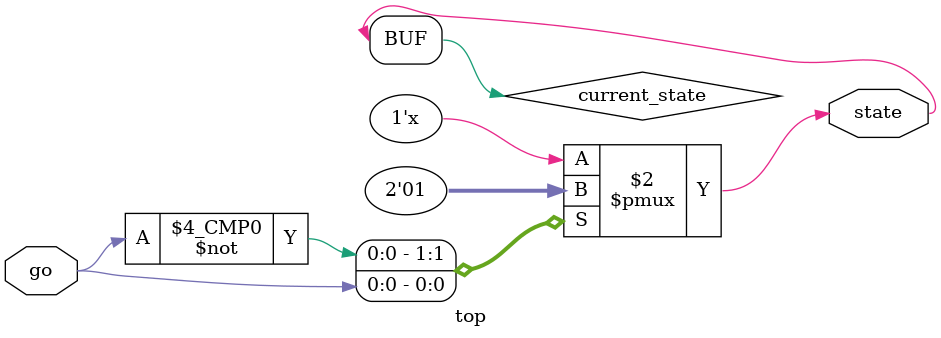
<source format=v>
/*
Design a simple 2-state Finite State Machine (FSM) in Verilog. 
The FSM has two states: IDLE and ACTIVE. The FSM starts in the IDLE state. 
When the input signal 'go' is high, the FSM transitions to the ACTIVE state. 
When 'go' is low, it transitions back to the IDLE state. 
An output signal 'state' should indicate the current state: 0 for IDLE and 1 for ACTIVE.
*/

module top(
  input go,
  output state
);
  // creating the reg for procedural assignments
  reg current_state;

  // creating state params
  localparam IDLE=0, ACTIVE=1; // states
  localparam LOW=0, HIGH=1;

  // always combo block to handle state and output logic
  always @ (*) begin
    case (go)
      LOW: begin
        current_state = IDLE;
      end
      HIGH: begin
        current_state = ACTIVE;
      end
    endcase
  end

  // driving the output with our reg (current_state)
  assign state = current_state;
endmodule

</source>
